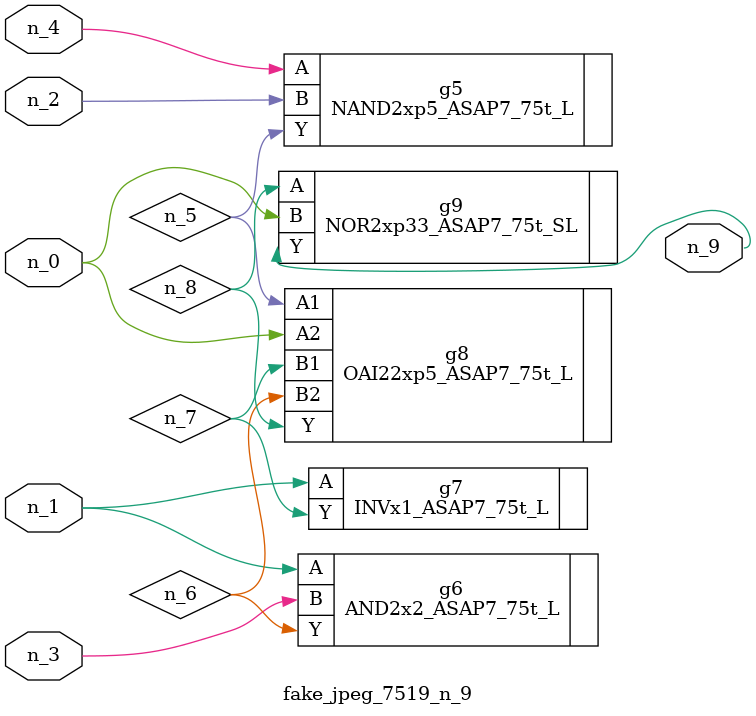
<source format=v>
module fake_jpeg_7519_n_9 (n_3, n_2, n_1, n_0, n_4, n_9);

input n_3;
input n_2;
input n_1;
input n_0;
input n_4;

output n_9;

wire n_8;
wire n_6;
wire n_5;
wire n_7;

NAND2xp5_ASAP7_75t_L g5 ( 
.A(n_4),
.B(n_2),
.Y(n_5)
);

AND2x2_ASAP7_75t_L g6 ( 
.A(n_1),
.B(n_3),
.Y(n_6)
);

INVx1_ASAP7_75t_L g7 ( 
.A(n_1),
.Y(n_7)
);

OAI22xp5_ASAP7_75t_L g8 ( 
.A1(n_5),
.A2(n_0),
.B1(n_7),
.B2(n_6),
.Y(n_8)
);

NOR2xp33_ASAP7_75t_SL g9 ( 
.A(n_8),
.B(n_0),
.Y(n_9)
);


endmodule
</source>
